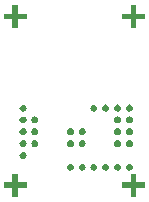
<source format=gtp>
G75*
%FSLAX44Y44*%
%MOMM*%

G36*
X52500Y81500D2*
Y61500D1*
X47500D1*
Y81500D1*
X52500D1*
G37*

G36*
X60000Y74000D2*
Y69000D1*
X40000D1*
Y74000D1*
X60000D1*
G37*

G36*
X52500Y-61500D2*
Y-81500D1*
X47500D1*
Y-61500D1*
X52500D1*
G37*

G36*
X60000Y-69000D2*
Y-74000D1*
X40000D1*
Y-69000D1*
X60000D1*
G37*

G36*
X-47500Y-61500D2*
Y-81500D1*
X-52500D1*
Y-61500D1*
X-47500D1*
G37*

G36*
X-40000Y-69000D2*
Y-74000D1*
X-60000D1*
Y-69000D1*
X-40000D1*
G37*

G36*
X-47500Y81500D2*
Y61500D1*
X-52500D1*
Y81500D1*
X-47500D1*
G37*

G36*
X-40000Y74000D2*
Y69000D1*
X-60000D1*
Y74000D1*
X-40000D1*
G37*

G36*
X-40500Y-6000D2*
X-40736Y-4832D1*
X-41379Y-3879D1*
X-42332Y-3236D1*
X-43500Y-3000D1*
X-44668Y-3236D1*
X-45621Y-3879D1*
X-46264Y-4832D1*
X-46500Y-6000D1*
X-46264Y-7168D1*
X-45621Y-8121D1*
X-44668Y-8764D1*
X-43500Y-9000D1*
X-42332Y-8764D1*
X-41379Y-8121D1*
X-40736Y-7168D1*
X-40500Y-6000D1*
G37*

G36*
X-40500Y-16000D2*
X-40736Y-14832D1*
X-41379Y-13879D1*
X-42332Y-13236D1*
X-43500Y-13000D1*
X-44668Y-13236D1*
X-45621Y-13879D1*
X-46264Y-14832D1*
X-46500Y-16000D1*
X-46264Y-17168D1*
X-45621Y-18121D1*
X-44668Y-18764D1*
X-43500Y-19000D1*
X-42332Y-18764D1*
X-41379Y-18121D1*
X-40736Y-17168D1*
X-40500Y-16000D1*
G37*

G36*
X-40500Y-26000D2*
X-40736Y-24832D1*
X-41379Y-23879D1*
X-42332Y-23236D1*
X-43500Y-23000D1*
X-44668Y-23236D1*
X-45621Y-23879D1*
X-46264Y-24832D1*
X-46500Y-26000D1*
X-46264Y-27168D1*
X-45621Y-28121D1*
X-44668Y-28764D1*
X-43500Y-29000D1*
X-42332Y-28764D1*
X-41379Y-28121D1*
X-40736Y-27168D1*
X-40500Y-26000D1*
G37*

G36*
X-40500Y-36000D2*
X-40736Y-34832D1*
X-41379Y-33879D1*
X-42332Y-33236D1*
X-43500Y-33000D1*
X-44668Y-33236D1*
X-45621Y-33879D1*
X-46264Y-34832D1*
X-46500Y-36000D1*
X-46264Y-37168D1*
X-45621Y-38121D1*
X-44668Y-38764D1*
X-43500Y-39000D1*
X-42332Y-38764D1*
X-41379Y-38121D1*
X-40736Y-37168D1*
X-40500Y-36000D1*
G37*

G36*
X-40500Y-46000D2*
X-40736Y-44832D1*
X-41379Y-43879D1*
X-42332Y-43236D1*
X-43500Y-43000D1*
X-44668Y-43236D1*
X-45621Y-43879D1*
X-46264Y-44832D1*
X-46500Y-46000D1*
X-46264Y-47168D1*
X-45621Y-48121D1*
X-44668Y-48764D1*
X-43500Y-49000D1*
X-42332Y-48764D1*
X-41379Y-48121D1*
X-40736Y-47168D1*
X-40500Y-46000D1*
G37*

G36*
X-30500Y-16000D2*
X-30736Y-14832D1*
X-31379Y-13879D1*
X-32332Y-13236D1*
X-33500Y-13000D1*
X-34668Y-13236D1*
X-35621Y-13879D1*
X-36264Y-14832D1*
X-36500Y-16000D1*
X-36264Y-17168D1*
X-35621Y-18121D1*
X-34668Y-18764D1*
X-33500Y-19000D1*
X-32332Y-18764D1*
X-31379Y-18121D1*
X-30736Y-17168D1*
X-30500Y-16000D1*
G37*

G36*
X-30500Y-26000D2*
X-30736Y-24832D1*
X-31379Y-23879D1*
X-32332Y-23236D1*
X-33500Y-23000D1*
X-34668Y-23236D1*
X-35621Y-23879D1*
X-36264Y-24832D1*
X-36500Y-26000D1*
X-36264Y-27168D1*
X-35621Y-28121D1*
X-34668Y-28764D1*
X-33500Y-29000D1*
X-32332Y-28764D1*
X-31379Y-28121D1*
X-30736Y-27168D1*
X-30500Y-26000D1*
G37*

G36*
X-30500Y-36000D2*
X-30736Y-34832D1*
X-31379Y-33879D1*
X-32332Y-33236D1*
X-33500Y-33000D1*
X-34668Y-33236D1*
X-35621Y-33879D1*
X-36264Y-34832D1*
X-36500Y-36000D1*
X-36264Y-37168D1*
X-35621Y-38121D1*
X-34668Y-38764D1*
X-33500Y-39000D1*
X-32332Y-38764D1*
X-31379Y-38121D1*
X-30736Y-37168D1*
X-30500Y-36000D1*
G37*

G36*
X-500Y-56000D2*
X-736Y-54832D1*
X-1379Y-53879D1*
X-2332Y-53236D1*
X-3500Y-53000D1*
X-4668Y-53236D1*
X-5621Y-53879D1*
X-6264Y-54832D1*
X-6500Y-56000D1*
X-6264Y-57168D1*
X-5621Y-58121D1*
X-4668Y-58764D1*
X-3500Y-59000D1*
X-2332Y-58764D1*
X-1379Y-58121D1*
X-736Y-57168D1*
X-500Y-56000D1*
G37*

G36*
X9500Y-56000D2*
X9264Y-54832D1*
X8621Y-53879D1*
X7668Y-53236D1*
X6500Y-53000D1*
X5332Y-53236D1*
X4379Y-53879D1*
X3736Y-54832D1*
X3500Y-56000D1*
X3736Y-57168D1*
X4379Y-58121D1*
X5332Y-58764D1*
X6500Y-59000D1*
X7668Y-58764D1*
X8621Y-58121D1*
X9264Y-57168D1*
X9500Y-56000D1*
G37*

G36*
X19500Y-56000D2*
X19264Y-54832D1*
X18621Y-53879D1*
X17668Y-53236D1*
X16500Y-53000D1*
X15332Y-53236D1*
X14379Y-53879D1*
X13736Y-54832D1*
X13500Y-56000D1*
X13736Y-57168D1*
X14379Y-58121D1*
X15332Y-58764D1*
X16500Y-59000D1*
X17668Y-58764D1*
X18621Y-58121D1*
X19264Y-57168D1*
X19500Y-56000D1*
G37*

G36*
X29500Y-56000D2*
X29264Y-54832D1*
X28621Y-53879D1*
X27668Y-53236D1*
X26500Y-53000D1*
X25332Y-53236D1*
X24379Y-53879D1*
X23736Y-54832D1*
X23500Y-56000D1*
X23736Y-57168D1*
X24379Y-58121D1*
X25332Y-58764D1*
X26500Y-59000D1*
X27668Y-58764D1*
X28621Y-58121D1*
X29264Y-57168D1*
X29500Y-56000D1*
G37*

G36*
X39500Y-56000D2*
X39264Y-54832D1*
X38621Y-53879D1*
X37668Y-53236D1*
X36500Y-53000D1*
X35332Y-53236D1*
X34379Y-53879D1*
X33736Y-54832D1*
X33500Y-56000D1*
X33736Y-57168D1*
X34379Y-58121D1*
X35332Y-58764D1*
X36500Y-59000D1*
X37668Y-58764D1*
X38621Y-58121D1*
X39264Y-57168D1*
X39500Y-56000D1*
G37*

G36*
X49500Y-56000D2*
X49264Y-54832D1*
X48621Y-53879D1*
X47668Y-53236D1*
X46500Y-53000D1*
X45332Y-53236D1*
X44379Y-53879D1*
X43736Y-54832D1*
X43500Y-56000D1*
X43736Y-57168D1*
X44379Y-58121D1*
X45332Y-58764D1*
X46500Y-59000D1*
X47668Y-58764D1*
X48621Y-58121D1*
X49264Y-57168D1*
X49500Y-56000D1*
G37*

G36*
X49500Y-36000D2*
X49264Y-34832D1*
X48621Y-33879D1*
X47668Y-33236D1*
X46500Y-33000D1*
X45332Y-33236D1*
X44379Y-33879D1*
X43736Y-34832D1*
X43500Y-36000D1*
X43736Y-37168D1*
X44379Y-38121D1*
X45332Y-38764D1*
X46500Y-39000D1*
X47668Y-38764D1*
X48621Y-38121D1*
X49264Y-37168D1*
X49500Y-36000D1*
G37*

G36*
X49500Y-26000D2*
X49264Y-24832D1*
X48621Y-23879D1*
X47668Y-23236D1*
X46500Y-23000D1*
X45332Y-23236D1*
X44379Y-23879D1*
X43736Y-24832D1*
X43500Y-26000D1*
X43736Y-27168D1*
X44379Y-28121D1*
X45332Y-28764D1*
X46500Y-29000D1*
X47668Y-28764D1*
X48621Y-28121D1*
X49264Y-27168D1*
X49500Y-26000D1*
G37*

G36*
X49500Y-16000D2*
X49264Y-14832D1*
X48621Y-13879D1*
X47668Y-13236D1*
X46500Y-13000D1*
X45332Y-13236D1*
X44379Y-13879D1*
X43736Y-14832D1*
X43500Y-16000D1*
X43736Y-17168D1*
X44379Y-18121D1*
X45332Y-18764D1*
X46500Y-19000D1*
X47668Y-18764D1*
X48621Y-18121D1*
X49264Y-17168D1*
X49500Y-16000D1*
G37*

G36*
X49500Y-6000D2*
X49264Y-4832D1*
X48621Y-3879D1*
X47668Y-3236D1*
X46500Y-3000D1*
X45332Y-3236D1*
X44379Y-3879D1*
X43736Y-4832D1*
X43500Y-6000D1*
X43736Y-7168D1*
X44379Y-8121D1*
X45332Y-8764D1*
X46500Y-9000D1*
X47668Y-8764D1*
X48621Y-8121D1*
X49264Y-7168D1*
X49500Y-6000D1*
G37*

G36*
X39500Y-36000D2*
X39264Y-34832D1*
X38621Y-33879D1*
X37668Y-33236D1*
X36500Y-33000D1*
X35332Y-33236D1*
X34379Y-33879D1*
X33736Y-34832D1*
X33500Y-36000D1*
X33736Y-37168D1*
X34379Y-38121D1*
X35332Y-38764D1*
X36500Y-39000D1*
X37668Y-38764D1*
X38621Y-38121D1*
X39264Y-37168D1*
X39500Y-36000D1*
G37*

G36*
X39500Y-26000D2*
X39264Y-24832D1*
X38621Y-23879D1*
X37668Y-23236D1*
X36500Y-23000D1*
X35332Y-23236D1*
X34379Y-23879D1*
X33736Y-24832D1*
X33500Y-26000D1*
X33736Y-27168D1*
X34379Y-28121D1*
X35332Y-28764D1*
X36500Y-29000D1*
X37668Y-28764D1*
X38621Y-28121D1*
X39264Y-27168D1*
X39500Y-26000D1*
G37*

G36*
X39500Y-16000D2*
X39264Y-14832D1*
X38621Y-13879D1*
X37668Y-13236D1*
X36500Y-13000D1*
X35332Y-13236D1*
X34379Y-13879D1*
X33736Y-14832D1*
X33500Y-16000D1*
X33736Y-17168D1*
X34379Y-18121D1*
X35332Y-18764D1*
X36500Y-19000D1*
X37668Y-18764D1*
X38621Y-18121D1*
X39264Y-17168D1*
X39500Y-16000D1*
G37*

G36*
X39500Y-6000D2*
X39264Y-4832D1*
X38621Y-3879D1*
X37668Y-3236D1*
X36500Y-3000D1*
X35332Y-3236D1*
X34379Y-3879D1*
X33736Y-4832D1*
X33500Y-6000D1*
X33736Y-7168D1*
X34379Y-8121D1*
X35332Y-8764D1*
X36500Y-9000D1*
X37668Y-8764D1*
X38621Y-8121D1*
X39264Y-7168D1*
X39500Y-6000D1*
G37*

G36*
X29500Y-6000D2*
X29264Y-4832D1*
X28621Y-3879D1*
X27668Y-3236D1*
X26500Y-3000D1*
X25332Y-3236D1*
X24379Y-3879D1*
X23736Y-4832D1*
X23500Y-6000D1*
X23736Y-7168D1*
X24379Y-8121D1*
X25332Y-8764D1*
X26500Y-9000D1*
X27668Y-8764D1*
X28621Y-8121D1*
X29264Y-7168D1*
X29500Y-6000D1*
G37*

G36*
X19500Y-6000D2*
X19264Y-4832D1*
X18621Y-3879D1*
X17668Y-3236D1*
X16500Y-3000D1*
X15332Y-3236D1*
X14379Y-3879D1*
X13736Y-4832D1*
X13500Y-6000D1*
X13736Y-7168D1*
X14379Y-8121D1*
X15332Y-8764D1*
X16500Y-9000D1*
X17668Y-8764D1*
X18621Y-8121D1*
X19264Y-7168D1*
X19500Y-6000D1*
G37*

G36*
X9500Y-26000D2*
X9264Y-24832D1*
X8621Y-23879D1*
X7668Y-23236D1*
X6500Y-23000D1*
X5332Y-23236D1*
X4379Y-23879D1*
X3736Y-24832D1*
X3500Y-26000D1*
X3736Y-27168D1*
X4379Y-28121D1*
X5332Y-28764D1*
X6500Y-29000D1*
X7668Y-28764D1*
X8621Y-28121D1*
X9264Y-27168D1*
X9500Y-26000D1*
G37*

G36*
X9500Y-36000D2*
X9264Y-34832D1*
X8621Y-33879D1*
X7668Y-33236D1*
X6500Y-33000D1*
X5332Y-33236D1*
X4379Y-33879D1*
X3736Y-34832D1*
X3500Y-36000D1*
X3736Y-37168D1*
X4379Y-38121D1*
X5332Y-38764D1*
X6500Y-39000D1*
X7668Y-38764D1*
X8621Y-38121D1*
X9264Y-37168D1*
X9500Y-36000D1*
G37*

G36*
X-500Y-26000D2*
X-736Y-24832D1*
X-1379Y-23879D1*
X-2332Y-23236D1*
X-3500Y-23000D1*
X-4668Y-23236D1*
X-5621Y-23879D1*
X-6264Y-24832D1*
X-6500Y-26000D1*
X-6264Y-27168D1*
X-5621Y-28121D1*
X-4668Y-28764D1*
X-3500Y-29000D1*
X-2332Y-28764D1*
X-1379Y-28121D1*
X-736Y-27168D1*
X-500Y-26000D1*
G37*

G36*
X-500Y-36000D2*
X-736Y-34832D1*
X-1379Y-33879D1*
X-2332Y-33236D1*
X-3500Y-33000D1*
X-4668Y-33236D1*
X-5621Y-33879D1*
X-6264Y-34832D1*
X-6500Y-36000D1*
X-6264Y-37168D1*
X-5621Y-38121D1*
X-4668Y-38764D1*
X-3500Y-39000D1*
X-2332Y-38764D1*
X-1379Y-38121D1*
X-736Y-37168D1*
X-500Y-36000D1*
G37*

M02*

</source>
